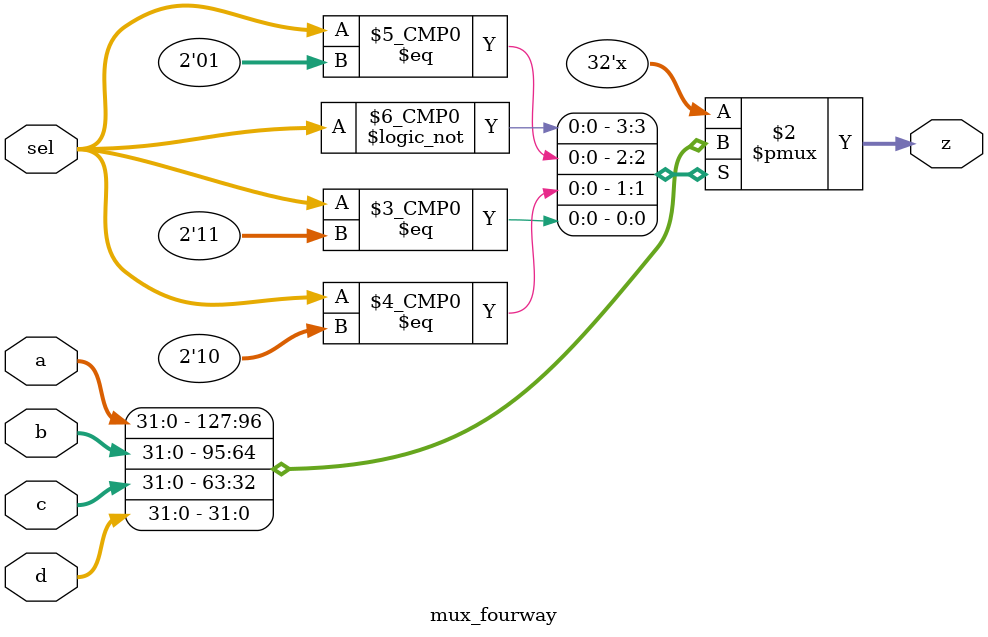
<source format=v>
`timescale 1ns / 1ps


module mux_fourway #(parameter WORD_SIZE = 32)
                    (input [WORD_SIZE - 1: 0] a, b, c, d,
                     input [1:0] sel,
                     output reg [WORD_SIZE - 1: 0] z);

    always @ (*) begin
        case (sel)
            2'b00: z <= a;
            2'b01: z <= b;
            2'b10: z <= c;
            2'b11: z <= d;
        endcase
    end               
endmodule

</source>
